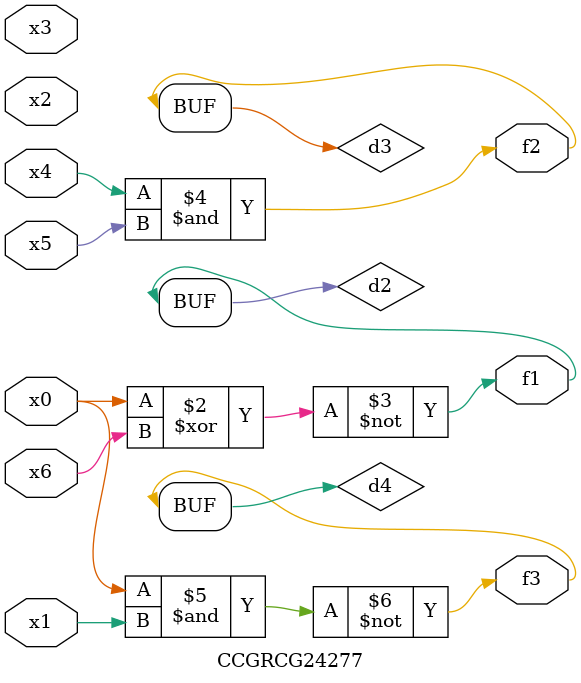
<source format=v>
module CCGRCG24277(
	input x0, x1, x2, x3, x4, x5, x6,
	output f1, f2, f3
);

	wire d1, d2, d3, d4;

	nor (d1, x0);
	xnor (d2, x0, x6);
	and (d3, x4, x5);
	nand (d4, x0, x1);
	assign f1 = d2;
	assign f2 = d3;
	assign f3 = d4;
endmodule

</source>
